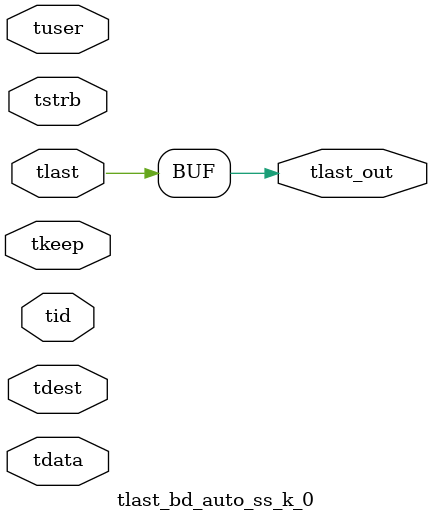
<source format=v>


`timescale 1ps/1ps

module tlast_bd_auto_ss_k_0 #
(
parameter C_S_AXIS_TID_WIDTH   = 1,
parameter C_S_AXIS_TUSER_WIDTH = 0,
parameter C_S_AXIS_TDATA_WIDTH = 0,
parameter C_S_AXIS_TDEST_WIDTH = 0
)
(
input  [(C_S_AXIS_TID_WIDTH   == 0 ? 1 : C_S_AXIS_TID_WIDTH)-1:0       ] tid,
input  [(C_S_AXIS_TDATA_WIDTH == 0 ? 1 : C_S_AXIS_TDATA_WIDTH)-1:0     ] tdata,
input  [(C_S_AXIS_TUSER_WIDTH == 0 ? 1 : C_S_AXIS_TUSER_WIDTH)-1:0     ] tuser,
input  [(C_S_AXIS_TDEST_WIDTH == 0 ? 1 : C_S_AXIS_TDEST_WIDTH)-1:0     ] tdest,
input  [(C_S_AXIS_TDATA_WIDTH/8)-1:0 ] tkeep,
input  [(C_S_AXIS_TDATA_WIDTH/8)-1:0 ] tstrb,
input  [0:0]                                                             tlast,
output                                                                   tlast_out
);

assign tlast_out = {tlast[0]};

endmodule


</source>
